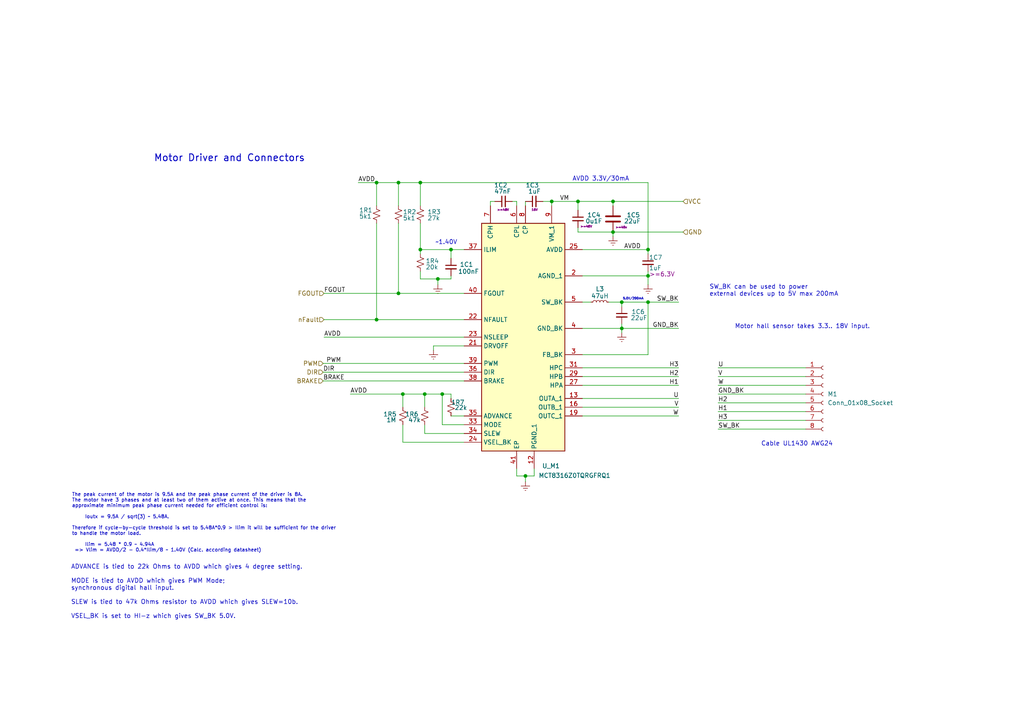
<source format=kicad_sch>
(kicad_sch (version 20231120) (generator "eeschema") (generator_version "8.0")
  (paper "A4")
  (lib_symbols
    (symbol "Connector:Conn_01x08_Socket" (pin_names (offset 1.016) hide)
      (property "Reference" "J" (at 0 10.16 0))
      (property "Value" "Conn_01x08_Socket" (at 0 -12.7 0))
      (symbol "Conn_01x08_Socket_1_1"
        (arc (start 0 -9.652) (mid -0.5058 -10.16) (end 0 -10.668) (stroke (width 0.1524)))
        (arc (start 0 -7.112) (mid -0.5058 -7.62) (end 0 -8.128) (stroke (width 0.1524)))
        (arc (start 0 -4.572) (mid -0.5058 -5.08) (end 0 -5.588) (stroke (width 0.1524)))
        (arc (start 0 -2.032) (mid -0.5058 -2.54) (end 0 -3.048) (stroke (width 0.1524)))
        (polyline (pts (xy -1.27 -10.16) (xy -0.508 -10.16)) (stroke (width 0.1524)))
        (polyline (pts (xy -1.27 -7.62) (xy -0.508 -7.62)) (stroke (width 0.1524)))
        (polyline (pts (xy -1.27 -5.08) (xy -0.508 -5.08)) (stroke (width 0.1524)))
        (polyline (pts (xy -1.27 -2.54) (xy -0.508 -2.54)) (stroke (width 0.1524)))
        (polyline (pts (xy -1.27 0) (xy -0.508 0)) (stroke (width 0.1524)))
        (polyline (pts (xy -1.27 2.54) (xy -0.508 2.54)) (stroke (width 0.1524)))
        (polyline (pts (xy -1.27 5.08) (xy -0.508 5.08)) (stroke (width 0.1524)))
        (polyline (pts (xy -1.27 7.62) (xy -0.508 7.62)) (stroke (width 0.1524)))
        (arc (start 0 0.508) (mid -0.5058 0) (end 0 -0.508) (stroke (width 0.1524)))
        (arc (start 0 3.048) (mid -0.5058 2.54) (end 0 2.032) (stroke (width 0.1524)))
        (arc (start 0 5.588) (mid -0.5058 5.08) (end 0 4.572) (stroke (width 0.1524)))
        (arc (start 0 8.128) (mid -0.5058 7.62) (end 0 7.112) (stroke (width 0.1524)))
        (pin passive line (at -5.08 7.62 0) (length 3.81) (name "Pin_1") (number "1"))
        (pin passive line (at -5.08 5.08 0) (length 3.81) (name "Pin_2") (number "2"))
        (pin passive line (at -5.08 2.54 0) (length 3.81) (name "Pin_3") (number "3"))
        (pin passive line (at -5.08 0 0) (length 3.81) (name "Pin_4") (number "4"))
        (pin passive line (at -5.08 -2.54 0) (length 3.81) (name "Pin_5") (number "5"))
        (pin passive line (at -5.08 -5.08 0) (length 3.81) (name "Pin_6") (number "6"))
        (pin passive line (at -5.08 -7.62 0) (length 3.81) (name "Pin_7") (number "7"))
        (pin passive line (at -5.08 -10.16 0) (length 3.81) (name "Pin_8") (number "8"))
      )
    )
    (symbol "Device:C" (pin_numbers hide) (pin_names (offset 0.254))
      (property "Reference" "C" (at 0.635 2.54 0))
      (property "Value" "C" (at 0.635 -2.54 0))
      (symbol "C_0_1"
        (polyline (pts (xy -2.032 -0.762) (xy 2.032 -0.762)) (stroke (width 0.508)))
        (polyline (pts (xy -2.032 0.762) (xy 2.032 0.762)) (stroke (width 0.508)))
      )
      (symbol "C_1_1"
        (pin passive line (at 0 3.81 270) (length 2.794) (name "~") (number "1"))
        (pin passive line (at 0 -3.81 90) (length 2.794) (name "~") (number "2"))
      )
    )
    (symbol "Device:C_Small" (pin_numbers hide) (pin_names (offset 0.254) hide)
      (property "Reference" "C" (at 0.254 1.778 0))
      (property "Value" "C_Small" (at 0.254 -2.032 0))
      (symbol "C_Small_0_1"
        (polyline (pts (xy -1.524 -0.508) (xy 1.524 -0.508)) (stroke (width 0.3302)))
        (polyline (pts (xy -1.524 0.508) (xy 1.524 0.508)) (stroke (width 0.3048)))
      )
      (symbol "C_Small_1_1"
        (pin passive line (at 0 2.54 270) (length 2.032) (name "~") (number "1"))
        (pin passive line (at 0 -2.54 90) (length 2.032) (name "~") (number "2"))
      )
    )
    (symbol "Device:L_Small" (pin_numbers hide) (pin_names (offset 0.254) hide)
      (property "Reference" "L" (at 0.762 1.016 0))
      (property "Value" "L_Small" (at 0.762 -1.016 0))
      (symbol "L_Small_0_1"
        (arc (start 0 -2.032) (mid 0.5058 -1.524) (end 0 -1.016))
        (arc (start 0 -1.016) (mid 0.5058 -0.508) (end 0 0))
        (arc (start 0 0) (mid 0.5058 0.508) (end 0 1.016))
        (arc (start 0 1.016) (mid 0.5058 1.524) (end 0 2.032))
      )
      (symbol "L_Small_1_1"
        (pin passive line (at 0 2.54 270) (length 0.508) (name "~") (number "1"))
        (pin passive line (at 0 -2.54 90) (length 0.508) (name "~") (number "2"))
      )
    )
    (symbol "Device:R_Small_US" (pin_numbers hide) (pin_names (offset 0.254) hide)
      (property "Reference" "R" (at 0.762 0.508 0))
      (property "Value" "R_Small_US" (at 0.762 -1.016 0))
      (symbol "R_Small_US_1_1"
        (polyline (pts (xy 0 0) (xy 1.016 -0.381) (xy 0 -0.762) (xy -1.016 -1.143) (xy 0 -1.524)))
        (polyline (pts (xy 0 1.524) (xy 1.016 1.143) (xy 0 0.762) (xy -1.016 0.381) (xy 0 0)))
        (pin passive line (at 0 2.54 270) (length 1.016) (name "~") (number "1"))
        (pin passive line (at 0 -2.54 90) (length 1.016) (name "~") (number "2"))
      )
    )
    (symbol "MCT8316Z0TQRGFRQ1:MCT8316Z0TQRGFRQ1"
      (property "Reference" "IC?" (at 5.08 -54.61 0))
      (property "Value" "MCT8316Z0TQRGFRQ1" (at 21.59 -54.61 0))
      (symbol "MCT8316Z0TQRGFRQ1_1_1"
        (rectangle (start 5.08 12.7) (end 29.21 -53.34) (stroke (width 0.254)) (fill (type background)))
        (pin no_connect line (at 29.21 -5.08 180) (length 5.08) hide (name "NC") (number "1"))
        (pin passive line (at 25.4 17.78 270) (length 5.08) hide (name "VM_2") (number "10"))
        (pin passive line (at 25.4 17.78 270) (length 5.08) hide (name "VM_3") (number "11"))
        (pin passive line (at 20.32 -58.42 90) (length 5.08) (name "PGND_1") (number "12"))
        (pin passive line (at 34.29 -38.1 180) (length 5.08) (name "OUTA_1") (number "13"))
        (pin passive line (at 34.29 -38.1 180) (length 5.08) hide (name "OUTA_2") (number "14"))
        (pin passive line (at 20.32 -58.42 90) (length 5.08) hide (name "PGND_2") (number "15"))
        (pin passive line (at 34.29 -40.64 180) (length 5.08) (name "OUTB_1") (number "16"))
        (pin passive line (at 34.29 -40.64 180) (length 5.08) hide (name "OUTB_2") (number "17"))
        (pin passive line (at 20.32 -58.42 90) (length 5.08) hide (name "PGND_3") (number "18"))
        (pin passive line (at 34.29 -43.18 180) (length 5.08) (name "OUTC_1") (number "19"))
        (pin passive line (at 34.29 -2.54 180) (length 5.08) (name "AGND_1") (number "2"))
        (pin passive line (at 34.29 -43.18 180) (length 5.08) hide (name "OUTC_2") (number "20"))
        (pin passive line (at 0 -22.86 0) (length 5.08) (name "DRVOFF") (number "21"))
        (pin passive line (at 0 -15.24 0) (length 5.08) (name "NFAULT") (number "22"))
        (pin passive line (at 0 -20.32 0) (length 5.08) (name "NSLEEP") (number "23"))
        (pin passive line (at 0 -50.8 0) (length 5.08) (name "VSEL_BK") (number "24"))
        (pin passive line (at 34.29 5.08 180) (length 5.08) (name "AVDD") (number "25"))
        (pin passive line (at 34.29 -2.54 180) (length 5.08) hide (name "AGND_2") (number "26"))
        (pin passive line (at 34.29 -34.29 180) (length 5.08) (name "HPA") (number "27"))
        (pin no_connect line (at 29.21 -21.59 180) (length 5.08) hide (name "HNA") (number "28"))
        (pin passive line (at 34.29 -31.75 180) (length 5.08) (name "HPB") (number "29"))
        (pin passive line (at 34.29 -25.4 180) (length 5.08) (name "FB_BK") (number "3"))
        (pin no_connect line (at 29.21 -21.59 180) (length 5.08) hide (name "HNB") (number "30"))
        (pin passive line (at 34.29 -29.21 180) (length 5.08) (name "HPC") (number "31"))
        (pin no_connect line (at 29.21 -21.59 180) (length 5.08) hide (name "HNC") (number "32"))
        (pin passive line (at 0 -45.72 0) (length 5.08) (name "MODE") (number "33"))
        (pin passive line (at 0 -48.26 0) (length 5.08) (name "SLEW") (number "34"))
        (pin passive line (at 0 -43.18 0) (length 5.08) (name "ADVANCE") (number "35"))
        (pin passive line (at 0 -30.48 0) (length 5.08) (name "DIR") (number "36"))
        (pin passive line (at 0 5.08 0) (length 5.08) (name "ILIM") (number "37"))
        (pin passive line (at 0 -33.02 0) (length 5.08) (name "BRAKE") (number "38"))
        (pin passive line (at 0 -27.94 0) (length 5.08) (name "PWM") (number "39"))
        (pin passive line (at 34.29 -17.78 180) (length 5.08) (name "GND_BK") (number "4"))
        (pin passive line (at 0 -7.62 0) (length 5.08) (name "FGOUT") (number "40"))
        (pin passive line (at 15.24 -58.42 90) (length 5.08) (name "EP") (number "41"))
        (pin passive line (at 34.29 -10.16 180) (length 5.08) (name "SW_BK") (number "5"))
        (pin passive line (at 15.24 17.78 270) (length 5.08) (name "CPL") (number "6"))
        (pin passive line (at 7.62 17.78 270) (length 5.08) (name "CPH") (number "7"))
        (pin passive line (at 17.78 17.78 270) (length 5.08) (name "CP") (number "8"))
        (pin passive line (at 25.4 17.78 270) (length 5.08) (name "VM_1") (number "9"))
      )
    )
    (symbol "power:GNDREF" (power) (pin_names (offset 0))
      (property "Value" "GNDREF" (at 0 -3.81 0))
      (symbol "GNDREF_0_1"
        (polyline (pts (xy -0.635 -1.905) (xy 0.635 -1.905)))
        (polyline (pts (xy -0.127 -2.54) (xy 0.127 -2.54)))
        (polyline (pts (xy 0 -1.27) (xy 0 0)))
        (polyline (pts (xy 1.27 -1.27) (xy -1.27 -1.27)))
      )
      (symbol "GNDREF_1_1"
        (pin power_in line (at 0 0 270) (length 0) hide (name "GNDREF") (number "1"))
      )
    )
  )
  (junction (at 180.34 95.25))
  (junction (at 187.96 87.63))
  (junction (at 187.96 72.39))
  (junction (at 121.92 72.39))
  (junction (at 115.57 52.959))
  (junction (at 160.02 58.42))
  (junction (at 180.34 87.63))
  (junction (at 109.22 92.71))
  (junction (at 127 80.899))
  (junction (at 128.27 114.3))
  (junction (at 109.22 52.959))
  (junction (at 123.19 114.3))
  (junction (at 177.8 67.31))
  (junction (at 116.84 114.3))
  (junction (at 121.92 52.959))
  (junction (at 177.8 58.42))
  (junction (at 115.57 85.09))
  (junction (at 130.81 72.39))
  (junction (at 187.96 80.01))
  (junction (at 152.4 138.049))
  (junction (at 167.64 58.42))
  (wire (pts (xy 116.84 128.27) (xy 134.62 128.27)))
  (wire (pts (xy 208.28 111.76) (xy 233.68 111.76)))
  (wire (pts (xy 187.96 72.39) (xy 187.96 73.66)))
  (wire (pts (xy 115.57 85.09) (xy 134.62 85.09)))
  (wire (pts (xy 93.98 92.71) (xy 109.22 92.71)))
  (wire (pts (xy 187.96 87.63) (xy 196.85 87.63)))
  (wire (pts (xy 142.24 58.42) (xy 143.51 58.42)))
  (wire (pts (xy 180.34 87.63) (xy 180.34 88.9)))
  (wire (pts (xy 123.19 114.3) (xy 128.27 114.3)))
  (wire (pts (xy 121.92 64.77) (xy 121.92 72.39)))
  (wire (pts (xy 167.64 58.42) (xy 167.64 60.96)))
  (wire (pts (xy 152.4 138.049) (xy 152.4 139.7)))
  (wire (pts (xy 149.86 138.049) (xy 149.86 135.89)))
  (wire (pts (xy 109.22 64.77) (xy 109.22 92.71)))
  (wire (pts (xy 180.34 93.98) (xy 180.34 95.25)))
  (wire (pts (xy 93.726 107.95) (xy 134.62 107.95)))
  (wire (pts (xy 116.84 123.19) (xy 116.84 128.27)))
  (wire (pts (xy 187.96 80.01) (xy 187.96 82.55)))
  (wire (pts (xy 103.886 52.959) (xy 109.22 52.959)))
  (wire (pts (xy 154.94 135.89) (xy 154.94 138.049)))
  (wire (pts (xy 167.64 58.42) (xy 177.8 58.42)))
  (wire (pts (xy 157.48 58.42) (xy 160.02 58.42)))
  (wire (pts (xy 168.91 80.01) (xy 187.96 80.01)))
  (wire (pts (xy 168.91 111.76) (xy 196.85 111.76)))
  (wire (pts (xy 127 80.899) (xy 127 82.55)))
  (wire (pts (xy 121.92 72.39) (xy 130.81 72.39)))
  (wire (pts (xy 168.91 102.87) (xy 187.96 102.87)))
  (wire (pts (xy 123.19 114.3) (xy 123.19 118.11)))
  (wire (pts (xy 208.28 121.92) (xy 233.68 121.92)))
  (wire (pts (xy 109.22 52.959) (xy 109.22 59.69)))
  (wire (pts (xy 177.8 58.42) (xy 177.8 59.69)))
  (wire (pts (xy 123.19 123.19) (xy 123.19 125.73)))
  (wire (pts (xy 154.94 138.049) (xy 152.4 138.049)))
  (wire (pts (xy 168.91 115.57) (xy 196.85 115.57)))
  (wire (pts (xy 123.19 125.73) (xy 134.62 125.73)))
  (wire (pts (xy 208.28 119.38) (xy 233.68 119.38)))
  (wire (pts (xy 187.96 52.959) (xy 187.96 72.39)))
  (wire (pts (xy 130.81 72.39) (xy 130.81 74.93)))
  (wire (pts (xy 115.57 52.959) (xy 115.57 59.69)))
  (wire (pts (xy 128.27 123.19) (xy 134.62 123.19)))
  (wire (pts (xy 208.28 116.84) (xy 233.68 116.84)))
  (wire (pts (xy 168.91 87.63) (xy 171.45 87.63)))
  (wire (pts (xy 128.27 114.3) (xy 128.27 123.19)))
  (wire (pts (xy 115.57 64.77) (xy 115.57 85.09)))
  (wire (pts (xy 180.34 95.25) (xy 180.34 96.52)))
  (wire (pts (xy 177.8 67.31) (xy 198.12 67.31)))
  (wire (pts (xy 121.92 80.899) (xy 121.92 78.74)))
  (wire (pts (xy 125.73 100.33) (xy 125.73 101.6)))
  (wire (pts (xy 116.84 118.11) (xy 116.84 114.3)))
  (wire (pts (xy 93.726 105.41) (xy 134.62 105.41)))
  (wire (pts (xy 127 80.899) (xy 121.92 80.899)))
  (wire (pts (xy 130.81 80.01) (xy 130.81 80.899)))
  (wire (pts (xy 176.53 87.63) (xy 180.34 87.63)))
  (wire (pts (xy 168.91 109.22) (xy 196.85 109.22)))
  (wire (pts (xy 177.8 67.31) (xy 177.8 68.58)))
  (wire (pts (xy 109.22 52.959) (xy 115.57 52.959)))
  (wire (pts (xy 152.4 138.049) (xy 149.86 138.049)))
  (wire (pts (xy 180.34 87.63) (xy 187.96 87.63)))
  (wire (pts (xy 187.96 87.63) (xy 187.96 102.87)))
  (wire (pts (xy 180.34 95.25) (xy 196.85 95.25)))
  (wire (pts (xy 121.92 72.39) (xy 121.92 73.66)))
  (wire (pts (xy 127 80.899) (xy 130.81 80.899)))
  (wire (pts (xy 187.96 78.74) (xy 187.96 80.01)))
  (wire (pts (xy 101.6 114.3) (xy 116.84 114.3)))
  (wire (pts (xy 125.73 100.33) (xy 134.62 100.33)))
  (wire (pts (xy 168.91 120.65) (xy 196.85 120.65)))
  (wire (pts (xy 115.57 52.959) (xy 121.92 52.959)))
  (wire (pts (xy 160.02 58.42) (xy 160.02 59.69)))
  (wire (pts (xy 109.22 92.71) (xy 134.62 92.71)))
  (wire (pts (xy 121.92 52.959) (xy 121.92 59.69)))
  (wire (pts (xy 149.86 58.42) (xy 148.59 58.42)))
  (wire (pts (xy 130.81 120.65) (xy 134.62 120.65)))
  (wire (pts (xy 208.28 109.22) (xy 233.68 109.22)))
  (wire (pts (xy 168.91 72.39) (xy 187.96 72.39)))
  (wire (pts (xy 149.86 58.42) (xy 149.86 59.69)))
  (wire (pts (xy 116.84 114.3) (xy 123.19 114.3)))
  (wire (pts (xy 142.24 58.42) (xy 142.24 59.69)))
  (wire (pts (xy 152.4 58.42) (xy 152.4 59.69)))
  (wire (pts (xy 177.8 58.42) (xy 198.12 58.42)))
  (wire (pts (xy 208.28 106.68) (xy 233.68 106.68)))
  (wire (pts (xy 167.64 66.04) (xy 167.64 67.31)))
  (wire (pts (xy 130.81 72.39) (xy 134.62 72.39)))
  (wire (pts (xy 115.57 85.09) (xy 93.98 85.09)))
  (wire (pts (xy 93.98 97.79) (xy 134.62 97.79)))
  (wire (pts (xy 168.91 106.68) (xy 196.85 106.68)))
  (wire (pts (xy 93.726 110.49) (xy 134.62 110.49)))
  (wire (pts (xy 168.91 118.11) (xy 196.85 118.11)))
  (wire (pts (xy 168.91 95.25) (xy 180.34 95.25)))
  (wire (pts (xy 130.81 114.3) (xy 130.81 115.57)))
  (wire (pts (xy 208.28 114.3) (xy 233.68 114.3)))
  (wire (pts (xy 160.02 58.42) (xy 167.64 58.42)))
  (wire (pts (xy 187.96 52.959) (xy 121.92 52.959)))
  (wire (pts (xy 128.27 114.3) (xy 130.81 114.3)))
  (wire (pts (xy 167.64 67.31) (xy 177.8 67.31)))
  (wire (pts (xy 208.28 124.46) (xy 233.68 124.46)))
  (text "Motor hall sensor takes 3.3.. 18V input." (at 213.106 95.504 0) (effects (font (size 1.27 1.27)) (justify left bottom)))
  (text "ADVANCE is tied to 22k Ohms to AVDD which gives 4 degree setting.\n\nMODE is tied to AVDD which gives PWM Mode;\nsynchronous digital hall input.\n\nSLEW is tied to 47k Ohms resistor to AVDD which gives SLEW=10b.\n\nVSEL_BK is set to HI-z which gives SW_BK 5.0V." (at 20.574 179.578 0) (effects (font (size 1.27 1.27)) (justify left bottom)))
  (text "5.0V/200mA" (at 180.594 87.122 0) (effects (font (size 0.635 0.635)) (justify left bottom)))
  (text "SW_BK can be used to power \nexternal devices up to 5V max 200mA\n" (at 205.74 86.106 0) (effects (font (size 1.27 1.27)) (justify left bottom)))
  (text "AVDD 3.3V/30mA" (at 165.989 52.705 0) (effects (font (size 1.27 1.27)) (justify left bottom)))
  (text "Motor Driver and Connectors" (at 44.577 47.117 0) (effects (font (size 2 2) (thickness 0.254) (bold yes)) (justify left bottom)))
  (text "~1.40V" (at 126.238 71.12 0) (effects (font (size 1.27 1.27)) (justify left bottom)))
  (text "The peak current of the motor is 9.5A and the peak phase current of the driver is 8A.\nThe motor have 3 phases and at least two of them active at once. This means that the\napproximate minimum peak phase current needed for efficient control is:\n	\n	Ioutx = 9.5A / sqrt(3) ~ 5.48A.\n\nTherefore if cycle-by-cycle threshold is set to 5.48A*0.9 > Ilim it will be sufficient for the driver\nto handle the motor load.\n\n	Ilim = 5.48 * 0.9 ~ 4.94A\n => Vlim = AVDD/2 - 0.4*Ilim/8 ~ 1.40V (Calc. according datasheet)" (at 20.828 160.274 0) (effects (font (size 1 1)) (justify left bottom)))
  (text "Cable UL1430 AWG24" (at 220.726 129.54 0) (effects (font (size 1.27 1.27)) (justify left bottom)))
  (label "AVDD" (at 180.975 72.39 0))
  (label "GND_BK" (at 208.28 114.3 0))
  (label "PWM" (at 94.615 105.41 0))
  (label "H2" (at 196.85 109.22 180))
  (label "AVDD" (at 93.98 97.79 0))
  (label "H3" (at 208.28 121.92 0))
  (label "H1" (at 196.85 111.76 180))
  (label "GND_BK" (at 196.85 95.25 180))
  (label "V" (at 208.28 109.22 0))
  (label "W" (at 196.85 120.65 180))
  (label "V" (at 196.85 118.11 180))
  (label "H3" (at 196.85 106.68 180))
  (label "W" (at 208.28 111.76 0))
  (label "U" (at 208.28 106.68 0))
  (label "H2" (at 208.28 116.84 0))
  (label "BRAKE" (at 93.726 110.49 0))
  (label "VM" (at 165.1 58.42 180))
  (label "SW_BK" (at 196.85 87.63 180))
  (label "SW_BK" (at 208.28 124.46 0))
  (label "H1" (at 208.28 119.38 0))
  (label "DIR" (at 93.726 107.95 0))
  (label "U" (at 196.85 115.57 180))
  (label "AVDD" (at 101.6 114.3 0))
  (label "FGOUT" (at 93.98 85.09 0))
  (label "AVDD" (at 103.886 52.959 0))
  (hierarchical_label "PWM" (shape input) (at 93.726 105.41 180))
  (hierarchical_label "nFault" (shape input) (at 93.98 92.71 180))
  (hierarchical_label "DIR" (shape input) (at 93.726 107.95 180))
  (hierarchical_label "BRAKE" (shape input) (at 93.726 110.49 180))
  (hierarchical_label "VCC" (shape input) (at 198.12 58.42 0))
  (hierarchical_label "FGOUT" (shape input) (at 93.98 85.09 180))
  (hierarchical_label "GND" (shape input) (at 198.12 67.31 0))
  (symbol (lib_id "Device:R_Small_US") (at 130.81 118.11 180) (unit 1)
    (property "Reference" "1R7" (at 134.747 116.713 0) (effects (justify left)))
    (property "Value" "22k" (at 135.509 118.237 0) (effects (justify left)))
    (property "Footprint" "Resistor_SMD:R_0402_1005Metric" (effects (hide yes)))
    (property "Description" "Resistor, small US symbol" (effects (hide yes)))
  )
  (symbol (lib_id "power:GNDREF") (at 180.34 96.52 0) (unit 1)
    (property "Reference" "#PWR013" (effects (hide yes)))
    (property "Value" "GNDREF" (effects (hide yes)))
  )
  (symbol (lib_id "Device:C_Small") (at 154.94 58.42 90) (unit 1)
    (property "Reference" "1C3" (at 156.337 53.721 90) (effects (justify left)))
    (property "Value" "1uF" (at 156.845 55.499 90) (effects (justify left)))
    (property "Footprint" "Capacitor_SMD:C_0402_1005Metric" (effects (hide yes)))
    (property "Description" "MFR.Part # CL05A105KP5NNNC JLCPCB Part # C14445" (effects (hide yes)))
    (property "Voltage" "16V" (at 155.067 60.833 90) (effects (font (size 0.635 0.635))))
  )
  (symbol (lib_id "Device:C_Small") (at 187.96 76.2 0) (unit 1)
    (property "Reference" "1C7" (at 188.214 74.676 0) (effects (justify left)))
    (property "Value" "1uF" (at 188.214 77.724 0) (effects (justify left)))
    (property "Footprint" "Capacitor_SMD:C_0402_1005Metric" (effects (hide yes)))
    (property "Description" "MFR.Part # GRM155R61A105KE15D JLCPCB Part # C76999" (effects (hide yes)))
    (property "Voltage" ">=6.3V" (at 192.024 79.502 0))
  )
  (symbol (lib_id "Device:L_Small") (at 173.99 87.63 90) (unit 1)
    (property "Reference" "L3" (at 173.99 83.82 90))
    (property "Value" "47uH" (at 173.99 85.852 90))
    (property "Footprint" "Inductor_SMD:L_0805_2012Metric" (effects (hide yes)))
    (property "Description" "MFR.Part # CMI201212J470KT JLCPCB Part # C105499" (effects (hide yes)))
  )
  (symbol (lib_id "Device:C_Small") (at 180.34 91.44 0) (unit 1)
    (property "Reference" "1C6" (at 183.134 90.424 0) (effects (justify left)))
    (property "Value" "22uF" (at 182.88 92.202 0) (effects (justify left)))
    (property "Footprint" "Capacitor_SMD:C_0603_1608Metric" (effects (hide yes)))
    (property "Description" "MFR.Part # CL10A226MP8NUNE JLCPCB Part # C86295" (effects (hide yes)))
  )
  (symbol (lib_id "Device:R_Small_US") (at 115.57 62.23 0) (unit 1)
    (property "Reference" "1R2" (at 116.84 61.468 0) (effects (justify left)))
    (property "Value" "5k1" (at 116.84 63.246 0) (effects (justify left)))
    (property "Footprint" "Resistor_SMD:R_0603_1608Metric" (effects (hide yes)))
    (property "Description" "Resistor, small US symbol" (effects (hide yes)))
  )
  (symbol (lib_id "Device:R_Small_US") (at 121.92 62.23 0) (unit 1)
    (property "Reference" "1R3" (at 123.952 61.468 0) (effects (justify left)))
    (property "Value" "27k" (at 123.952 63.246 0) (effects (justify left)))
    (property "Footprint" "Resistor_SMD:R_0603_1608Metric" (effects (hide yes)))
    (property "Description" "Resistor, small US symbol" (effects (hide yes)))
  )
  (symbol (lib_id "Device:R_Small_US") (at 116.84 120.65 180) (unit 1)
    (property "Reference" "1R5" (at 115.062 120.142 0) (effects (justify left)))
    (property "Value" "1M" (at 114.935 121.793 0) (effects (justify left)))
    (property "Footprint" "Resistor_SMD:R_0805_2012Metric" (effects (hide yes)))
    (property "Description" "Resistor, small US symbol" (effects (hide yes)))
  )
  (symbol (lib_id "Device:C") (at 177.8 63.5 0) (unit 1)
    (property "Reference" "1C5" (at 181.737 62.357 0) (effects (justify left)))
    (property "Value" "22uF" (at 180.975 64.135 0) (effects (justify left)))
    (property "Footprint" "Capacitor_SMD:C_2220_5750Metric" (effects (hide yes)))
    (property "Description" "MFR.Part # FS55X226K500EHG JLCPCB Part # C784103" (effects (hide yes)))
    (property "Voltage" ">=48v" (at 180.213 65.913 0) (effects (font (size 0.635 0.635))))
  )
  (symbol (lib_id "power:GNDREF") (at 177.8 68.58 0) (unit 1)
    (property "Reference" "#PWR012" (effects (hide yes)))
    (property "Value" "GNDREF" (effects (hide yes)))
  )
  (symbol (lib_id "power:GNDREF") (at 187.96 82.55 0) (unit 1)
    (property "Reference" "#PWR014" (effects (hide yes)))
    (property "Value" "GNDREF" (effects (hide yes)))
  )
  (symbol (lib_id "Device:R_Small_US") (at 109.22 62.23 0) (unit 1)
    (property "Reference" "1R1" (at 104.14 60.96 0) (effects (justify left)))
    (property "Value" "5k1" (at 104.14 62.738 0) (effects (justify left)))
    (property "Footprint" "Resistor_SMD:R_0603_1608Metric_Pad0.98x0.95mm_HandSolder" (effects (hide yes)))
    (property "Description" "Resistor, small US symbol" (effects (hide yes)))
  )
  (symbol (lib_id "power:GNDREF") (at 152.4 139.7 0) (unit 1)
    (property "Reference" "#PWR011" (effects (hide yes)))
    (property "Value" "GNDREF" (effects (hide yes)))
  )
  (symbol (lib_id "MCT8316Z0TQRGFRQ1:MCT8316Z0TQRGFRQ1") (at 134.62 77.47 0) (unit 1)
    (property "Reference" "U_M1" (at 157.226 135.128 0) (effects (justify left)))
    (property "Value" "MCT8316Z0TQRGFRQ1" (at 156.21 137.922 0) (effects (justify left)))
    (property "Footprint" "MTR:RGF0040E-IPC_B" (effects (hide yes)))
    (property "Reference_1" "IC" (effects (hide yes)))
    (property "Value_1" "MCT8316Z0TQRGFRQ1" (effects (hide yes)))
    (property "Footprint_1" "QFN50P500X700X100-41N-D" (effects (hide yes)))
    (property "Datasheet_1" "https://www.ti.com/lit/ds/symlink/mct8316z-q1.pdf?ts=1644468763902&ref_url=https%253A%252F%252Fwww.ti.com%252Fproduct%252FMCT8316Z-Q1" (effects (hide yes)))
    (property "Height" "1" (effects (hide yes)))
    (property "Mouser Part Number" "595-CT8316Z0TQRGFRQ1" (effects (hide yes)))
    (property "Mouser Price/Stock" "https://www.mouser.co.uk/ProductDetail/Texas-Instruments/MCT8316Z0TQRGFRQ1?qs=doiCPypUmgGjpIW3bYp16w%3D%3D" (effects (hide yes)))
    (property "Manufacturer_Name" "Texas Instruments" (effects (hide yes)))
    (property "Manufacturer_Part_Number" "MCT8316Z0TQRGFRQ1" (effects (hide yes)))
  )
  (symbol (lib_id "Connector:Conn_01x08_Socket") (at 238.76 114.3 0) (unit 1)
    (property "Reference" "M1" (at 240.03 114.2999 0) (effects (justify left)))
    (property "Value" "Conn_01x08_Socket" (at 240.03 116.8399 0) (effects (justify left)))
    (property "Footprint" "Connector_PinHeader_2.54mm:PinHeader_1x08_P2.54mm_Vertical_SMD_Pin1Left" (effects (hide yes)))
    (property "Description" "MFR.Part # X6511WVS-08H-C60D48R2 JLCPCB Part # C2883765" (effects (hide yes)))
  )
  (symbol (lib_id "Device:R_Small_US") (at 121.92 76.2 0) (unit 1)
    (property "Reference" "1R4" (at 123.444 75.692 0) (effects (justify left)))
    (property "Value" "20k" (at 123.444 77.47 0) (effects (justify left)))
    (property "Footprint" "Resistor_SMD:R_0603_1608Metric" (effects (hide yes)))
    (property "Description" "Resistor, small US symbol" (effects (hide yes)))
  )
  (symbol (lib_id "Device:C_Small") (at 130.81 77.47 0) (unit 1)
    (property "Reference" "1C1" (at 133.35 76.708 0) (effects (justify left)))
    (property "Value" "100nF" (at 132.842 78.74 0) (effects (justify left)))
    (property "Footprint" "Capacitor_SMD:C_0805_2012Metric" (effects (hide yes)))
  )
  (symbol (lib_id "power:GNDREF") (at 125.73 101.6 0) (unit 1)
    (property "Reference" "#PWR010" (effects (hide yes)))
    (property "Value" "GNDREF" (effects (hide yes)))
  )
  (symbol (lib_id "Device:R_Small_US") (at 123.19 120.65 180) (unit 1)
    (property "Reference" "1R6" (at 121.412 120.142 0) (effects (justify left)))
    (property "Value" "47k" (at 122.047 121.793 0) (effects (justify left)))
    (property "Footprint" "Resistor_SMD:R_0402_1005Metric" (effects (hide yes)))
    (property "Description" "Resistor, small US symbol" (effects (hide yes)))
  )
  (symbol (lib_id "Device:C_Small") (at 146.05 58.42 90) (unit 1)
    (property "Reference" "1C2" (at 147.193 53.721 90) (effects (justify left)))
    (property "Value" "47nF" (at 148.209 55.499 90) (effects (justify left)))
    (property "Footprint" "Capacitor_SMD:C_0603_1608Metric" (effects (hide yes)))
    (property "Description" "MFR.Part # CL05B473KB5VPNC JLCPCB Part # C307339" (effects (hide yes)))
    (property "Voltage" ">=48V" (at 145.923 60.833 90) (effects (font (size 0.635 0.635))))
  )
  (symbol (lib_id "power:GNDREF") (at 127 82.55 0) (unit 1)
    (property "Reference" "#PWR04" (effects (hide yes)))
    (property "Value" "GNDREF" (effects (hide yes)))
  )
  (symbol (lib_id "Device:C_Small") (at 167.64 63.5 0) (unit 1)
    (property "Reference" "1C4" (at 170.307 62.357 0) (effects (justify left)))
    (property "Value" "0u1F" (at 169.799 64.135 0) (effects (justify left)))
    (property "Footprint" "Capacitor_SMD:C_0603_1608Metric" (effects (hide yes)))
    (property "Description" "MFR.Part # CL10B104KB8NNNC JLCPCB Part # C1591" (effects (hide yes)))
    (property "Voltage" ">=48V" (at 170.053 65.659 0) (effects (font (size 0.635 0.635))))
  )
)
</source>
